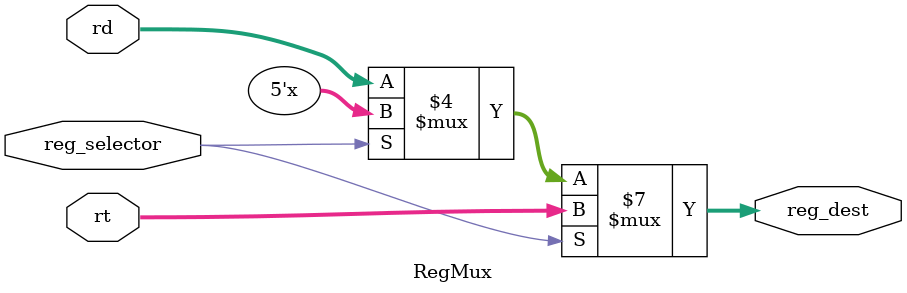
<source format=v>
`timescale 1ns / 1ps

module RegMux(

    // Multiplexer: Selects which register field (rt or rd) will be the destination register.

    input wire [4:0] rt,        // Bits 16-20 of Instruction: rt
    input wire [4:0] rd,        // Bits 11-15 of Instruction: rd 
    input wire reg_selector,    // Control Signal: Determines Destination Register (rt or rd)
    output reg [4:0] reg_dest  // Destination Register

    );
    
    // If reg_selector == 1, reg_dest = rt
    // If reg_selector == 0, reg_dest = rd
    
    always @(*)begin
    
    if (reg_selector == 1) begin
    
        reg_dest <= rt;
        
    end else if (reg_selector == 0) begin
    
        reg_dest <= rd;
        
        end
        
    end
    
endmodule

</source>
